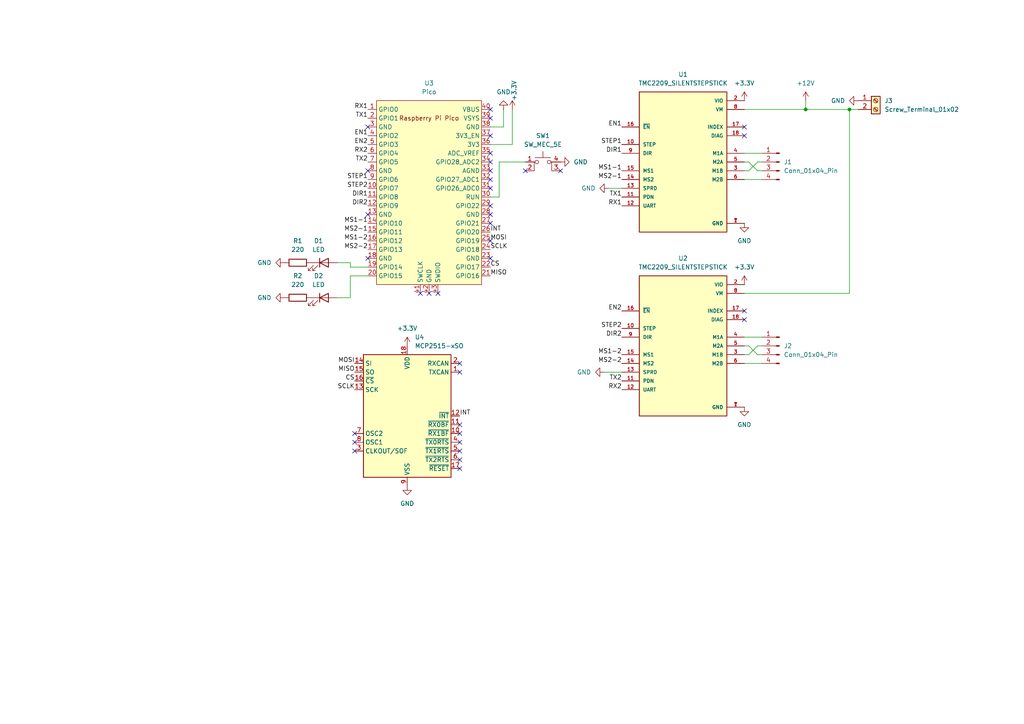
<source format=kicad_sch>
(kicad_sch (version 20231120) (generator "eeschema") (generator_version "8.0")
  (paper "A4")
  (title_block (title "Motor Driver Breakout v2") (date "2024-09-09") (rev "v0.1") (comment 3 "Technology: THT") (comment 4 "Author: AlexanderHD27"))
  (lib_symbols
    (symbol "Connector:Conn_01x04_Pin" (pin_names (offset 1.016) hide)
      (property "Reference" "J" (at 0 5.08 0))
      (property "Value" "Conn_01x04_Pin" (at 0 -7.62 0))
      (symbol "Conn_01x04_Pin_1_1"
        (polyline (pts (xy 1.27 -5.08) (xy 0.8636 -5.08)) (stroke (width 0.1524)))
        (polyline (pts (xy 1.27 -2.54) (xy 0.8636 -2.54)) (stroke (width 0.1524)))
        (polyline (pts (xy 1.27 0) (xy 0.8636 0)) (stroke (width 0.1524)))
        (polyline (pts (xy 1.27 2.54) (xy 0.8636 2.54)) (stroke (width 0.1524)))
        (rectangle (start 0.8636 -4.953) (end 0 -5.207) (stroke (width 0.1524)) (fill (type outline)))
        (rectangle (start 0.8636 -2.413) (end 0 -2.667) (stroke (width 0.1524)) (fill (type outline)))
        (rectangle (start 0.8636 0.127) (end 0 -0.127) (stroke (width 0.1524)) (fill (type outline)))
        (rectangle (start 0.8636 2.667) (end 0 2.413) (stroke (width 0.1524)) (fill (type outline)))
        (pin passive line (at 5.08 2.54 180) (length 3.81) (name "Pin_1") (number "1"))
        (pin passive line (at 5.08 0 180) (length 3.81) (name "Pin_2") (number "2"))
        (pin passive line (at 5.08 -2.54 180) (length 3.81) (name "Pin_3") (number "3"))
        (pin passive line (at 5.08 -5.08 180) (length 3.81) (name "Pin_4") (number "4"))
      )
    )
    (symbol "Connector:Screw_Terminal_01x02" (pin_names (offset 1.016) hide)
      (property "Reference" "J" (at 0 2.54 0))
      (property "Value" "Screw_Terminal_01x02" (at 0 -5.08 0))
      (symbol "Screw_Terminal_01x02_1_1"
        (rectangle (start -1.27 1.27) (end 1.27 -3.81) (stroke (width 0.254)) (fill (type background)))
        (circle (center 0 -2.54) (radius 0.635) (stroke (width 0.1524)))
        (polyline (pts (xy -0.5334 -2.2098) (xy 0.3302 -3.048)) (stroke (width 0.1524)))
        (polyline (pts (xy -0.5334 0.3302) (xy 0.3302 -0.508)) (stroke (width 0.1524)))
        (polyline (pts (xy -0.3556 -2.032) (xy 0.508 -2.8702)) (stroke (width 0.1524)))
        (polyline (pts (xy -0.3556 0.508) (xy 0.508 -0.3302)) (stroke (width 0.1524)))
        (circle (center 0 0) (radius 0.635) (stroke (width 0.1524)))
        (pin passive line (at -5.08 0 0) (length 3.81) (name "Pin_1") (number "1"))
        (pin passive line (at -5.08 -2.54 0) (length 3.81) (name "Pin_2") (number "2"))
      )
    )
    (symbol "Device:LED" (pin_numbers hide) (pin_names (offset 1.016) hide)
      (property "Reference" "D" (at 0 2.54 0))
      (property "Value" "LED" (at 0 -2.54 0))
      (symbol "LED_0_1"
        (polyline (pts (xy -1.27 -1.27) (xy -1.27 1.27)) (stroke (width 0.254)))
        (polyline (pts (xy -1.27 0) (xy 1.27 0)))
        (polyline (pts (xy 1.27 -1.27) (xy 1.27 1.27) (xy -1.27 0) (xy 1.27 -1.27)) (stroke (width 0.254)))
        (polyline (pts (xy -3.048 -0.762) (xy -4.572 -2.286) (xy -3.81 -2.286) (xy -4.572 -2.286) (xy -4.572 -1.524)))
        (polyline (pts (xy -1.778 -0.762) (xy -3.302 -2.286) (xy -2.54 -2.286) (xy -3.302 -2.286) (xy -3.302 -1.524)))
      )
      (symbol "LED_1_1"
        (pin passive line (at -3.81 0 0) (length 2.54) (name "K") (number "1"))
        (pin passive line (at 3.81 0 180) (length 2.54) (name "A") (number "2"))
      )
    )
    (symbol "Device:R" (pin_numbers hide) (pin_names (offset 0))
      (property "Reference" "R" (at 2.032 0 90))
      (property "Value" "R" (at 0 0 90))
      (symbol "R_0_1"
        (rectangle (start -1.016 -2.54) (end 1.016 2.54) (stroke (width 0.254)))
      )
      (symbol "R_1_1"
        (pin passive line (at 0 3.81 270) (length 1.27) (name "~") (number "1"))
        (pin passive line (at 0 -3.81 90) (length 1.27) (name "~") (number "2"))
      )
    )
    (symbol "Interface_CAN_LIN:MCP2515-xSO"
      (property "Reference" "U" (at -10.16 19.685 0))
      (property "Value" "MCP2515-xSO" (at 19.05 20.32 0))
      (symbol "MCP2515-xSO_0_1"
        (rectangle (start -12.7 17.78) (end 12.7 -17.78) (stroke (width 0.254)) (fill (type background)))
      )
      (symbol "MCP2515-xSO_1_1"
        (pin output line (at 15.24 12.7 180) (length 2.54) (name "TXCAN") (number "1"))
        (pin output line (at 15.24 -5.08 180) (length 2.54) (name "~{RX1BF}") (number "10"))
        (pin output line (at 15.24 -2.54 180) (length 2.54) (name "~{RX0BF}") (number "11"))
        (pin output line (at 15.24 0 180) (length 2.54) (name "~{INT}") (number "12"))
        (pin input line (at -15.24 7.62 0) (length 2.54) (name "SCK") (number "13"))
        (pin input line (at -15.24 15.24 0) (length 2.54) (name "SI") (number "14"))
        (pin output line (at -15.24 12.7 0) (length 2.54) (name "SO") (number "15"))
        (pin input line (at -15.24 10.16 0) (length 2.54) (name "~{CS}") (number "16"))
        (pin input line (at 15.24 -15.24 180) (length 2.54) (name "~{RESET}") (number "17"))
        (pin power_in line (at 0 20.32 270) (length 2.54) (name "VDD") (number "18"))
        (pin input line (at 15.24 15.24 180) (length 2.54) (name "RXCAN") (number "2"))
        (pin output line (at -15.24 -10.16 0) (length 2.54) (name "CLKOUT/SOF") (number "3"))
        (pin input line (at 15.24 -7.62 180) (length 2.54) (name "~{TX0RTS}") (number "4"))
        (pin input line (at 15.24 -10.16 180) (length 2.54) (name "~{TX1RTS}") (number "5"))
        (pin input line (at 15.24 -12.7 180) (length 2.54) (name "~{TX2RTS}") (number "6"))
        (pin output line (at -15.24 -5.08 0) (length 2.54) (name "OSC2") (number "7"))
        (pin input line (at -15.24 -7.62 0) (length 2.54) (name "OSC1") (number "8"))
        (pin power_in line (at 0 -20.32 90) (length 2.54) (name "VSS") (number "9"))
      )
    )
    (symbol "MCU_RaspberryPi_and_Boards:Pico"
      (property "Reference" "U" (at -13.97 27.94 0))
      (property "Value" "Pico" (at 0 19.05 0))
      (symbol "Pico_0_0"
        (text "Raspberry Pi Pico" (at 0 21.59 0) (effects (font (size 1.27 1.27))))
      )
      (symbol "Pico_0_1"
        (rectangle (start -15.24 26.67) (end 15.24 -26.67) (fill (type background)))
      )
      (symbol "Pico_1_1"
        (pin bidirectional line (at -17.78 24.13 0) (length 2.54) (name "GPIO0") (number "1"))
        (pin bidirectional line (at -17.78 1.27 0) (length 2.54) (name "GPIO7") (number "10"))
        (pin bidirectional line (at -17.78 -1.27 0) (length 2.54) (name "GPIO8") (number "11"))
        (pin bidirectional line (at -17.78 -3.81 0) (length 2.54) (name "GPIO9") (number "12"))
        (pin power_in line (at -17.78 -6.35 0) (length 2.54) (name "GND") (number "13"))
        (pin bidirectional line (at -17.78 -8.89 0) (length 2.54) (name "GPIO10") (number "14"))
        (pin bidirectional line (at -17.78 -11.43 0) (length 2.54) (name "GPIO11") (number "15"))
        (pin bidirectional line (at -17.78 -13.97 0) (length 2.54) (name "GPIO12") (number "16"))
        (pin bidirectional line (at -17.78 -16.51 0) (length 2.54) (name "GPIO13") (number "17"))
        (pin power_in line (at -17.78 -19.05 0) (length 2.54) (name "GND") (number "18"))
        (pin bidirectional line (at -17.78 -21.59 0) (length 2.54) (name "GPIO14") (number "19"))
        (pin bidirectional line (at -17.78 21.59 0) (length 2.54) (name "GPIO1") (number "2"))
        (pin bidirectional line (at -17.78 -24.13 0) (length 2.54) (name "GPIO15") (number "20"))
        (pin bidirectional line (at 17.78 -24.13 180) (length 2.54) (name "GPIO16") (number "21"))
        (pin bidirectional line (at 17.78 -21.59 180) (length 2.54) (name "GPIO17") (number "22"))
        (pin power_in line (at 17.78 -19.05 180) (length 2.54) (name "GND") (number "23"))
        (pin bidirectional line (at 17.78 -16.51 180) (length 2.54) (name "GPIO18") (number "24"))
        (pin bidirectional line (at 17.78 -13.97 180) (length 2.54) (name "GPIO19") (number "25"))
        (pin bidirectional line (at 17.78 -11.43 180) (length 2.54) (name "GPIO20") (number "26"))
        (pin bidirectional line (at 17.78 -8.89 180) (length 2.54) (name "GPIO21") (number "27"))
        (pin power_in line (at 17.78 -6.35 180) (length 2.54) (name "GND") (number "28"))
        (pin bidirectional line (at 17.78 -3.81 180) (length 2.54) (name "GPIO22") (number "29"))
        (pin power_in line (at -17.78 19.05 0) (length 2.54) (name "GND") (number "3"))
        (pin input line (at 17.78 -1.27 180) (length 2.54) (name "RUN") (number "30"))
        (pin bidirectional line (at 17.78 1.27 180) (length 2.54) (name "GPIO26_ADC0") (number "31"))
        (pin bidirectional line (at 17.78 3.81 180) (length 2.54) (name "GPIO27_ADC1") (number "32"))
        (pin power_in line (at 17.78 6.35 180) (length 2.54) (name "AGND") (number "33"))
        (pin bidirectional line (at 17.78 8.89 180) (length 2.54) (name "GPIO28_ADC2") (number "34"))
        (pin power_in line (at 17.78 11.43 180) (length 2.54) (name "ADC_VREF") (number "35"))
        (pin power_in line (at 17.78 13.97 180) (length 2.54) (name "3V3") (number "36"))
        (pin input line (at 17.78 16.51 180) (length 2.54) (name "3V3_EN") (number "37"))
        (pin bidirectional line (at 17.78 19.05 180) (length 2.54) (name "GND") (number "38"))
        (pin power_in line (at 17.78 21.59 180) (length 2.54) (name "VSYS") (number "39"))
        (pin bidirectional line (at -17.78 16.51 0) (length 2.54) (name "GPIO2") (number "4"))
        (pin power_in line (at 17.78 24.13 180) (length 2.54) (name "VBUS") (number "40"))
        (pin input line (at -2.54 -29.21 90) (length 2.54) (name "SWCLK") (number "41"))
        (pin power_in line (at 0 -29.21 90) (length 2.54) (name "GND") (number "42"))
        (pin bidirectional line (at 2.54 -29.21 90) (length 2.54) (name "SWDIO") (number "43"))
        (pin bidirectional line (at -17.78 13.97 0) (length 2.54) (name "GPIO3") (number "5"))
        (pin bidirectional line (at -17.78 11.43 0) (length 2.54) (name "GPIO4") (number "6"))
        (pin bidirectional line (at -17.78 8.89 0) (length 2.54) (name "GPIO5") (number "7"))
        (pin power_in line (at -17.78 6.35 0) (length 2.54) (name "GND") (number "8"))
        (pin bidirectional line (at -17.78 3.81 0) (length 2.54) (name "GPIO6") (number "9"))
      )
    )
    (symbol "Switch:SW_MEC_5E" (pin_names (offset 1.016) hide)
      (property "Reference" "SW" (at 0.635 5.715 0))
      (property "Value" "SW_MEC_5E" (at 0 -3.175 0))
      (symbol "SW_MEC_5E_0_1"
        (circle (center -1.778 2.54) (radius 0.508))
        (polyline (pts (xy -2.286 3.81) (xy 2.286 3.81)))
        (polyline (pts (xy 0 3.81) (xy 0 5.588)))
        (polyline (pts (xy -2.54 0) (xy -2.54 2.54) (xy -2.286 2.54)))
        (polyline (pts (xy 2.54 0) (xy 2.54 2.54) (xy 2.286 2.54)))
        (circle (center 1.778 2.54) (radius 0.508))
        (pin passive line (at -5.08 2.54 0) (length 2.54) (name "1") (number "1"))
        (pin passive line (at -5.08 0 0) (length 2.54) (name "2") (number "2"))
        (pin passive line (at 5.08 0 180) (length 2.54) (name "K") (number "3"))
        (pin passive line (at 5.08 2.54 180) (length 2.54) (name "A") (number "4"))
      )
    )
    (symbol "TMC2209_SILENTSTEPSTICK:TMC2209_SILENTSTEPSTICK" (pin_names (offset 1.016))
      (property "Reference" "U" (at -12.7 22.86 0))
      (property "Value" "TMC2209_SILENTSTEPSTICK" (at -12.7 -22.86 0))
      (symbol "TMC2209_SILENTSTEPSTICK_0_0"
        (rectangle (start -12.7 -20.32) (end 12.7 20.32) (stroke (width 0.254)) (fill (type background)))
        (pin power_in line (at 17.78 -17.78 180) (length 5.08) (name "GND") (number "1"))
        (pin input line (at -17.78 5.08 0) (length 5.08) (name "STEP") (number "10"))
        (pin bidirectional line (at -17.78 -10.16 0) (length 5.08) (name "PDN") (number "11"))
        (pin bidirectional line (at -17.78 -12.7 0) (length 5.08) (name "UART") (number "12"))
        (pin input line (at -17.78 -7.62 0) (length 5.08) (name "SPRD") (number "13"))
        (pin input line (at -17.78 -5.08 0) (length 5.08) (name "MS2") (number "14"))
        (pin input line (at -17.78 -2.54 0) (length 5.08) (name "MS1") (number "15"))
        (pin input line (at -17.78 10.16 0) (length 5.08) (name "~{EN}") (number "16"))
        (pin output line (at 17.78 10.16 180) (length 5.08) (name "INDEX") (number "17"))
        (pin output line (at 17.78 7.62 180) (length 5.08) (name "DIAG") (number "18"))
        (pin power_in line (at 17.78 17.78 180) (length 5.08) (name "VIO") (number "2"))
        (pin output line (at 17.78 -2.54 180) (length 5.08) (name "M1B") (number "3"))
        (pin output line (at 17.78 2.54 180) (length 5.08) (name "M1A") (number "4"))
        (pin output line (at 17.78 0 180) (length 5.08) (name "M2A") (number "5"))
        (pin output line (at 17.78 -5.08 180) (length 5.08) (name "M2B") (number "6"))
        (pin power_in line (at 17.78 -17.78 180) (length 5.08) (name "GND") (number "7"))
        (pin power_in line (at 17.78 15.24 180) (length 5.08) (name "VM") (number "8"))
        (pin input line (at -17.78 2.54 0) (length 5.08) (name "DIR") (number "9"))
      )
    )
    (symbol "power:+12V" (power) (pin_numbers hide) (pin_names (offset 0) hide)
      (property "Value" "+12V" (at 0 3.556 0))
      (symbol "+12V_0_1"
        (polyline (pts (xy -0.762 1.27) (xy 0 2.54)))
        (polyline (pts (xy 0 0) (xy 0 2.54)))
        (polyline (pts (xy 0 2.54) (xy 0.762 1.27)))
      )
      (symbol "+12V_1_1"
        (pin power_in line (at 0 0 90) (length 0) (name "~") (number "1"))
      )
    )
    (symbol "power:+3.3V" (power) (pin_numbers hide) (pin_names (offset 0) hide)
      (property "Value" "+3.3V" (at 0 3.556 0))
      (symbol "+3.3V_0_1"
        (polyline (pts (xy -0.762 1.27) (xy 0 2.54)))
        (polyline (pts (xy 0 0) (xy 0 2.54)))
        (polyline (pts (xy 0 2.54) (xy 0.762 1.27)))
      )
      (symbol "+3.3V_1_1"
        (pin power_in line (at 0 0 90) (length 0) (name "~") (number "1"))
      )
    )
    (symbol "power:GND" (power) (pin_numbers hide) (pin_names (offset 0) hide)
      (property "Value" "GND" (at 0 -3.81 0))
      (symbol "GND_0_1"
        (polyline (pts (xy 0 0) (xy 0 -1.27) (xy 1.27 -1.27) (xy 0 -2.54) (xy -1.27 -1.27) (xy 0 -1.27)))
      )
      (symbol "GND_1_1"
        (pin power_in line (at 0 0 270) (length 0) (name "~") (number "1"))
      )
    )
  )
  (junction (at 246.38 31.75))
  (junction (at 233.68 31.75))
  (no_connect (at 133.35 123.19))
  (no_connect (at 133.35 135.89))
  (no_connect (at 142.24 59.69))
  (no_connect (at 142.24 69.85))
  (no_connect (at 133.35 130.81))
  (no_connect (at 215.9 39.37))
  (no_connect (at 142.24 52.07))
  (no_connect (at 127 85.09))
  (no_connect (at 142.24 64.77))
  (no_connect (at 152.4 49.53))
  (no_connect (at 121.92 85.09))
  (no_connect (at 142.24 34.29))
  (no_connect (at 142.24 44.45))
  (no_connect (at 133.35 128.27))
  (no_connect (at 133.35 105.41))
  (no_connect (at 106.68 49.53))
  (no_connect (at 215.9 90.17))
  (no_connect (at 102.87 125.73))
  (no_connect (at 102.87 130.81))
  (no_connect (at 106.68 62.23))
  (no_connect (at 142.24 49.53))
  (no_connect (at 124.46 85.09))
  (no_connect (at 142.24 74.93))
  (no_connect (at 215.9 36.83))
  (no_connect (at 142.24 39.37))
  (no_connect (at 133.35 107.95))
  (no_connect (at 215.9 92.71))
  (no_connect (at 133.35 133.35))
  (no_connect (at 142.24 31.75))
  (no_connect (at 102.87 128.27))
  (no_connect (at 142.24 62.23))
  (no_connect (at 106.68 36.83))
  (no_connect (at 142.24 46.99))
  (no_connect (at 133.35 125.73))
  (no_connect (at 162.56 49.53))
  (no_connect (at 142.24 54.61))
  (no_connect (at 106.68 74.93))
  (wire (pts (xy 219.71 46.99) (xy 220.98 46.99)))
  (wire (pts (xy 106.68 77.47) (xy 101.6 77.47)))
  (wire (pts (xy 101.6 86.36) (xy 101.6 80.01)))
  (wire (pts (xy 233.68 31.75) (xy 246.38 31.75)))
  (wire (pts (xy 215.9 85.09) (xy 246.38 85.09)))
  (wire (pts (xy 215.9 52.07) (xy 220.98 52.07)))
  (wire (pts (xy 246.38 31.75) (xy 248.92 31.75)))
  (wire (pts (xy 217.17 49.53) (xy 219.71 46.99)))
  (wire (pts (xy 219.71 102.87) (xy 217.17 100.33)))
  (wire (pts (xy 148.59 41.91) (xy 142.24 41.91)))
  (wire (pts (xy 215.9 100.33) (xy 217.17 100.33)))
  (wire (pts (xy 176.53 54.61) (xy 180.34 54.61)))
  (wire (pts (xy 146.05 36.83) (xy 142.24 36.83)))
  (wire (pts (xy 101.6 80.01) (xy 106.68 80.01)))
  (wire (pts (xy 144.78 46.99) (xy 152.4 46.99)))
  (wire (pts (xy 233.68 29.21) (xy 233.68 31.75)))
  (wire (pts (xy 220.98 49.53) (xy 219.71 49.53)))
  (wire (pts (xy 219.71 100.33) (xy 220.98 100.33)))
  (wire (pts (xy 144.78 57.15) (xy 144.78 46.99)))
  (wire (pts (xy 97.79 86.36) (xy 101.6 86.36)))
  (wire (pts (xy 217.17 102.87) (xy 219.71 100.33)))
  (wire (pts (xy 148.59 31.75) (xy 148.59 41.91)))
  (wire (pts (xy 246.38 31.75) (xy 246.38 85.09)))
  (wire (pts (xy 215.9 97.79) (xy 220.98 97.79)))
  (wire (pts (xy 175.26 107.95) (xy 180.34 107.95)))
  (wire (pts (xy 215.9 49.53) (xy 217.17 49.53)))
  (wire (pts (xy 142.24 57.15) (xy 144.78 57.15)))
  (wire (pts (xy 146.05 31.75) (xy 146.05 36.83)))
  (wire (pts (xy 215.9 31.75) (xy 233.68 31.75)))
  (wire (pts (xy 215.9 46.99) (xy 217.17 46.99)))
  (wire (pts (xy 219.71 102.87) (xy 220.98 102.87)))
  (wire (pts (xy 215.9 105.41) (xy 220.98 105.41)))
  (wire (pts (xy 97.79 76.2) (xy 101.6 76.2)))
  (wire (pts (xy 215.9 44.45) (xy 220.98 44.45)))
  (wire (pts (xy 219.71 49.53) (xy 217.17 46.99)))
  (wire (pts (xy 215.9 102.87) (xy 217.17 102.87)))
  (wire (pts (xy 101.6 77.47) (xy 101.6 76.2)))
  (label "STEP1" (at 106.68 52.07 180))
  (label "STEP2" (at 180.34 95.25 180))
  (label "EN2" (at 106.68 41.91 180))
  (label "DIR2" (at 106.68 59.69 180))
  (label "STEP1" (at 180.34 41.91 180))
  (label "MISO" (at 102.87 107.95 180))
  (label "RX2" (at 180.34 113.03 180))
  (label "TX1" (at 180.34 57.15 180))
  (label "MS1-1" (at 106.68 64.77 180))
  (label "MOSI" (at 142.24 69.85 0))
  (label "MS1-2" (at 106.68 69.85 180))
  (label "EN2" (at 180.34 90.17 180))
  (label "MS1-2" (at 180.34 102.87 180))
  (label "TX1" (at 106.68 34.29 180))
  (label "RX1" (at 180.34 59.69 180))
  (label "MS2-1" (at 180.34 52.07 180))
  (label "MS1-1" (at 180.34 49.53 180))
  (label "TX2" (at 180.34 110.49 180))
  (label "STEP2" (at 106.68 54.61 180))
  (label "RX1" (at 106.68 31.75 180))
  (label "SCLK" (at 102.87 113.03 180))
  (label "INT" (at 142.24 67.31 0))
  (label "EN1" (at 180.34 36.83 180))
  (label "RX2" (at 106.68 44.45 180))
  (label "MS2-1" (at 106.68 67.31 180))
  (label "MS2-2" (at 106.68 72.39 180))
  (label "DIR1" (at 106.68 57.15 180))
  (label "SCLK" (at 142.24 72.39 0))
  (label "TX2" (at 106.68 46.99 180))
  (label "EN1" (at 106.68 39.37 180))
  (label "MS2-2" (at 180.34 105.41 180))
  (label "INT" (at 133.35 120.65 0))
  (label "DIR1" (at 180.34 44.45 180))
  (label "CS" (at 142.24 77.47 0))
  (label "MISO" (at 142.24 80.01 0))
  (label "MOSI" (at 102.87 105.41 180))
  (label "DIR2" (at 180.34 97.79 180))
  (label "CS" (at 102.87 110.49 180))
  (symbol (lib_id "power:GND") (at 146.05 31.75 180) (unit 1)
    (property "Reference" "#PWR08" (effects (hide yes)))
    (property "Value" "GND" (at 146.05 26.67 0))
    (property "Description" "Power symbol creates a global label with name \"GND\" , ground" (effects (hide yes)))
  )
  (symbol (lib_id "power:+3.3V") (at 148.59 31.75 0) (unit 1)
    (property "Reference" "#PWR03" (effects (hide yes)))
    (property "Value" "+3.3V" (at 149.098 29.21 90) (effects (justify left)))
    (property "Description" "Power symbol creates a global label with name \"+3.3V\"" (effects (hide yes)))
  )
  (symbol (lib_id "Interface_CAN_LIN:MCP2515-xSO") (at 118.11 120.65 0) (unit 1)
    (property "Reference" "U4" (at 120.3041 97.79 0) (effects (justify left)))
    (property "Value" "MCP2515-xSO" (at 120.3041 100.33 0) (effects (justify left)))
    (property "Footprint" "Package_SO:SOIC-18W_7.5x11.6mm_P1.27mm" (effects (hide yes)))
    (property "Datasheet" "http://ww1.microchip.com/downloads/en/DeviceDoc/21801e.pdf" (effects (hide yes)))
    (property "Description" "Stand-Alone CAN Controller with SPI Interface, SOIC-18" (effects (hide yes)))
  )
  (symbol (lib_id "power:GND") (at 82.55 86.36 270) (unit 1)
    (property "Reference" "#PWR015" (effects (hide yes)))
    (property "Value" "GND" (at 78.74 86.3599 90) (effects (justify right)))
    (property "Description" "Power symbol creates a global label with name \"GND\" , ground" (effects (hide yes)))
  )
  (symbol (lib_id "power:GND") (at 176.53 54.61 270) (unit 1)
    (property "Reference" "#PWR011" (effects (hide yes)))
    (property "Value" "GND" (at 172.72 54.6099 90) (effects (justify right)))
    (property "Description" "Power symbol creates a global label with name \"GND\" , ground" (effects (hide yes)))
  )
  (symbol (lib_id "power:GND") (at 215.9 64.77 0) (unit 1)
    (property "Reference" "#PWR02" (effects (hide yes)))
    (property "Value" "GND" (at 215.9 69.85 0))
    (property "Description" "Power symbol creates a global label with name \"GND\" , ground" (effects (hide yes)))
  )
  (symbol (lib_id "Device:LED") (at 93.98 76.2 0) (unit 1)
    (property "Reference" "D1" (at 92.3925 69.85 0))
    (property "Value" "LED" (at 92.3925 72.39 0))
    (property "Description" "Light emitting diode" (effects (hide yes)))
  )
  (symbol (lib_id "TMC2209_SILENTSTEPSTICK:TMC2209_SILENTSTEPSTICK") (at 198.12 100.33 0) (unit 1)
    (property "Reference" "U2" (at 198.12 74.93 0))
    (property "Value" "TMC2209_SILENTSTEPSTICK" (at 198.12 77.47 0))
    (property "Footprint" "TMC2209_SILENTSTEPSTICK:MODULE_TMC2209_SILENTSTEPSTICK" (effects (hide yes)))
    (property "MF" "Trinamic Motion Control GmbH" (effects (hide yes)))
    (property "Description_1" "\nTMC2209 Motor Controller/Driver Power Management Evaluation Board\n" (effects (hide yes)))
    (property "Package" "None" (effects (hide yes)))
    (property "Price" "None" (effects (hide yes)))
    (property "Check_prices" "https://www.snapeda.com/parts/TMC2209%20SILENTSTEPSTICK/Trinamic+Motion+Control+GmbH/view-part/?ref=eda" (effects (hide yes)))
    (property "STANDARD" "Manufacturer Recommendations" (effects (hide yes)))
    (property "PARTREV" "1.20" (effects (hide yes)))
    (property "SnapEDA_Link" "https://www.snapeda.com/parts/TMC2209%20SILENTSTEPSTICK/Trinamic+Motion+Control+GmbH/view-part/?ref=snap" (effects (hide yes)))
    (property "MP" "TMC2209 SILENTSTEPSTICK" (effects (hide yes)))
    (property "MANUFACTURER" "Trinamic Motion Control GmbH" (effects (hide yes)))
    (property "Availability" "In Stock" (effects (hide yes)))
    (property "SNAPEDA_PN" "TMC2209 SILENTSTEPSTICK" (effects (hide yes)))
  )
  (symbol (lib_id "power:+12V") (at 233.68 29.21 0) (unit 1)
    (property "Reference" "#PWR06" (effects (hide yes)))
    (property "Value" "+12V" (at 233.68 24.13 0))
    (property "Description" "Power symbol creates a global label with name \"+12V\"" (effects (hide yes)))
  )
  (symbol (lib_id "power:GND") (at 215.9 118.11 0) (unit 1)
    (property "Reference" "#PWR01" (effects (hide yes)))
    (property "Value" "GND" (at 215.9 123.19 0))
    (property "Description" "Power symbol creates a global label with name \"GND\" , ground" (effects (hide yes)))
  )
  (symbol (lib_id "power:GND") (at 118.11 140.97 0) (unit 1)
    (property "Reference" "#PWR012" (effects (hide yes)))
    (property "Value" "GND" (at 118.11 146.05 0))
    (property "Description" "Power symbol creates a global label with name \"GND\" , ground" (effects (hide yes)))
  )
  (symbol (lib_id "TMC2209_SILENTSTEPSTICK:TMC2209_SILENTSTEPSTICK") (at 198.12 46.99 0) (unit 1)
    (property "Reference" "U1" (at 198.12 21.59 0))
    (property "Value" "TMC2209_SILENTSTEPSTICK" (at 198.12 24.13 0))
    (property "Footprint" "TMC2209_SILENTSTEPSTICK:MODULE_TMC2209_SILENTSTEPSTICK" (effects (hide yes)))
    (property "MF" "Trinamic Motion Control GmbH" (effects (hide yes)))
    (property "Description_1" "\nTMC2209 Motor Controller/Driver Power Management Evaluation Board\n" (effects (hide yes)))
    (property "Package" "None" (effects (hide yes)))
    (property "Price" "None" (effects (hide yes)))
    (property "Check_prices" "https://www.snapeda.com/parts/TMC2209%20SILENTSTEPSTICK/Trinamic+Motion+Control+GmbH/view-part/?ref=eda" (effects (hide yes)))
    (property "STANDARD" "Manufacturer Recommendations" (effects (hide yes)))
    (property "PARTREV" "1.20" (effects (hide yes)))
    (property "SnapEDA_Link" "https://www.snapeda.com/parts/TMC2209%20SILENTSTEPSTICK/Trinamic+Motion+Control+GmbH/view-part/?ref=snap" (effects (hide yes)))
    (property "MP" "TMC2209 SILENTSTEPSTICK" (effects (hide yes)))
    (property "MANUFACTURER" "Trinamic Motion Control GmbH" (effects (hide yes)))
    (property "Availability" "In Stock" (effects (hide yes)))
    (property "SNAPEDA_PN" "TMC2209 SILENTSTEPSTICK" (effects (hide yes)))
  )
  (symbol (lib_id "Device:R") (at 86.36 86.36 90) (unit 1)
    (property "Reference" "R2" (at 86.36 80.01 90))
    (property "Value" "220" (at 86.36 82.55 90))
    (property "Description" "Resistor" (effects (hide yes)))
  )
  (symbol (lib_id "Device:LED") (at 93.98 86.36 0) (unit 1)
    (property "Reference" "D2" (at 92.3925 80.01 0))
    (property "Value" "LED" (at 92.3925 82.55 0))
    (property "Description" "Light emitting diode" (effects (hide yes)))
  )
  (symbol (lib_id "power:+3.3V") (at 215.9 82.55 0) (unit 1)
    (property "Reference" "#PWR05" (effects (hide yes)))
    (property "Value" "+3.3V" (at 215.9 77.47 0))
    (property "Description" "Power symbol creates a global label with name \"+3.3V\"" (effects (hide yes)))
  )
  (symbol (lib_id "Connector:Conn_01x04_Pin") (at 226.06 46.99 0) (mirror y) (unit 1)
    (property "Reference" "J1" (at 227.33 46.9899 0) (effects (justify right)))
    (property "Value" "Conn_01x04_Pin" (at 227.33 49.5299 0) (effects (justify right)))
    (property "Description" "Generic connector, single row, 01x04, script generated" (effects (hide yes)))
  )
  (symbol (lib_id "Device:R") (at 86.36 76.2 90) (unit 1)
    (property "Reference" "R1" (at 86.36 69.85 90))
    (property "Value" "220" (at 86.36 72.39 90))
    (property "Description" "Resistor" (effects (hide yes)))
  )
  (symbol (lib_id "Connector:Conn_01x04_Pin") (at 226.06 100.33 0) (mirror y) (unit 1)
    (property "Reference" "J2" (at 227.33 100.3299 0) (effects (justify right)))
    (property "Value" "Conn_01x04_Pin" (at 227.33 102.8699 0) (effects (justify right)))
    (property "Description" "Generic connector, single row, 01x04, script generated" (effects (hide yes)))
  )
  (symbol (lib_id "Connector:Screw_Terminal_01x02") (at 254 29.21 0) (unit 1)
    (property "Reference" "J3" (at 256.54 29.2099 0) (effects (justify left)))
    (property "Value" "Screw_Terminal_01x02" (at 256.54 31.7499 0) (effects (justify left)))
    (property "Description" "Generic screw terminal, single row, 01x02, script generated (kicad-library-utils/schlib/autogen/connector/)" (effects (hide yes)))
  )
  (symbol (lib_id "power:GND") (at 248.92 29.21 270) (unit 1)
    (property "Reference" "#PWR07" (effects (hide yes)))
    (property "Value" "GND" (at 245.11 29.2099 90) (effects (justify right)))
    (property "Description" "Power symbol creates a global label with name \"GND\" , ground" (effects (hide yes)))
  )
  (symbol (lib_id "power:+3.3V") (at 118.11 100.33 0) (unit 1)
    (property "Reference" "#PWR013" (effects (hide yes)))
    (property "Value" "+3.3V" (at 118.11 95.25 0))
    (property "Description" "Power symbol creates a global label with name \"+3.3V\"" (effects (hide yes)))
  )
  (symbol (lib_id "Switch:SW_MEC_5E") (at 157.48 49.53 0) (unit 1)
    (property "Reference" "SW1" (at 157.48 39.37 0))
    (property "Value" "SW_MEC_5E" (at 157.48 41.91 0))
    (property "Datasheet" "http://www.apem.com/int/index.php?controller=attachment&id_attachment=1371" (effects (hide yes)))
    (property "Description" "MEC 5E single pole normally-open tactile switch" (effects (hide yes)))
  )
  (symbol (lib_id "power:GND") (at 162.56 46.99 90) (unit 1)
    (property "Reference" "#PWR09" (effects (hide yes)))
    (property "Value" "GND" (at 166.37 46.9899 90) (effects (justify right)))
    (property "Description" "Power symbol creates a global label with name \"GND\" , ground" (effects (hide yes)))
  )
  (symbol (lib_id "power:+3.3V") (at 215.9 29.21 0) (unit 1)
    (property "Reference" "#PWR04" (effects (hide yes)))
    (property "Value" "+3.3V" (at 215.9 24.13 0))
    (property "Description" "Power symbol creates a global label with name \"+3.3V\"" (effects (hide yes)))
  )
  (symbol (lib_id "power:GND") (at 82.55 76.2 270) (unit 1)
    (property "Reference" "#PWR014" (effects (hide yes)))
    (property "Value" "GND" (at 78.74 76.1999 90) (effects (justify right)))
    (property "Description" "Power symbol creates a global label with name \"GND\" , ground" (effects (hide yes)))
  )
  (symbol (lib_id "power:GND") (at 175.26 107.95 270) (unit 1)
    (property "Reference" "#PWR010" (effects (hide yes)))
    (property "Value" "GND" (at 171.45 107.9499 90) (effects (justify right)))
    (property "Description" "Power symbol creates a global label with name \"GND\" , ground" (effects (hide yes)))
  )
  (symbol (lib_id "MCU_RaspberryPi_and_Boards:Pico") (at 124.46 55.88 0) (unit 1)
    (property "Reference" "U3" (at 124.46 24.13 0))
    (property "Value" "Pico" (at 124.46 26.67 0))
    (property "Footprint" "RPi_Pico:RPi_Pico_SMD_TH" (effects (hide yes)))
  )
)
</source>
